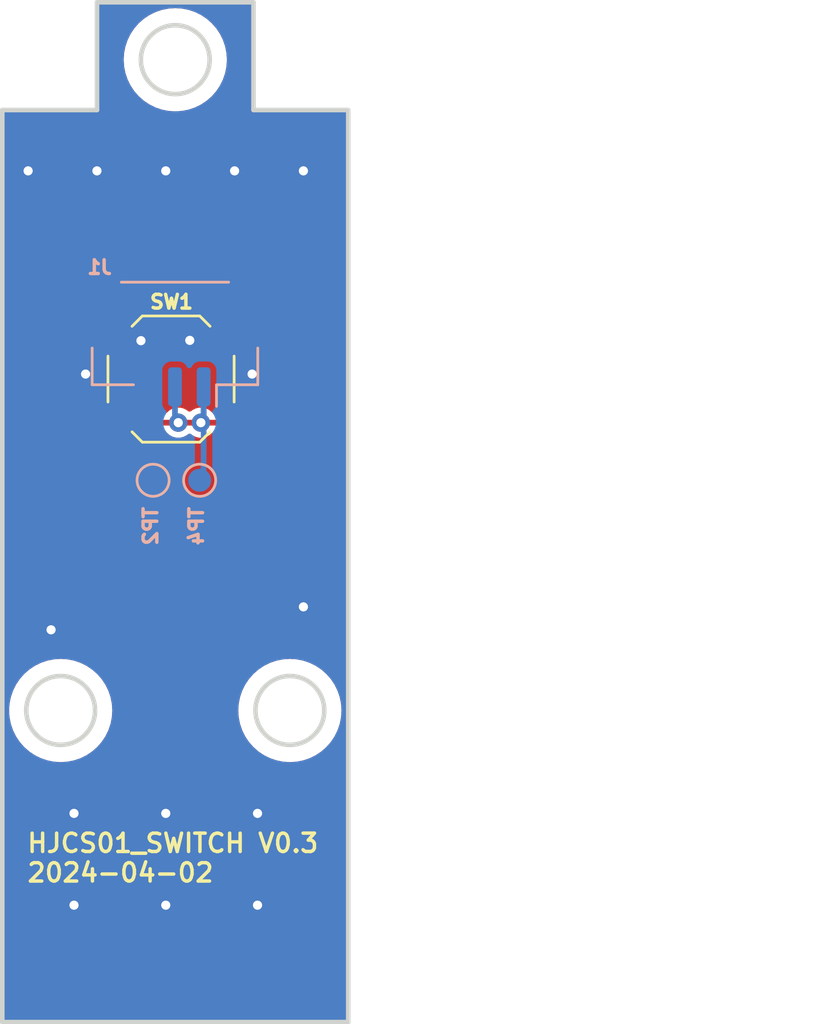
<source format=kicad_pcb>
(kicad_pcb (version 20240108) (generator "pcbnew") (generator_version "8.0")
  (title_block (title "HJCS01_SWITCH") (date "2024-04-02") (rev "V0.3") (company "Ovobot") (comment 1 "15.1x45x1.6mm 绿油白字，无铅喷锡"))
  (layers (0 "F.Cu" signal) (31 "B.Cu" signal) (34 "B.Paste" user) (35 "F.Paste" user) (36 "B.SilkS" user "B.Silkscreen") (37 "F.SilkS" user "F.Silkscreen") (38 "B.Mask" user) (39 "F.Mask" user) (44 "Edge.Cuts" user))
  (net 0 "")
  (net 1 "GND")
  (net 2 "/START")
  (footprint "Button_Switch_SMD:SW_SPST_TL3342" (layer "F.Cu") (at 154.949 84.599)
    (property "Reference" "SW1" (at 0.019 -3.363 0) (layer "F.SilkS") (effects (font (size 0.6 0.6))))
    (property "Value" "5.2x5.2x1.5mm")
    (fp_line (start -2.75 -1) (end -2.75 1) (stroke (width 0.12)) (layer "F.SilkS"))
    (fp_line (start -1.7 -2.3) (end -1.25 -2.75) (stroke (width 0.12)) (layer "F.SilkS"))
    (fp_line (start -1.7 2.3) (end -1.25 2.75) (stroke (width 0.12)) (layer "F.SilkS"))
    (fp_line (start -1.25 -2.75) (end 1.25 -2.75) (stroke (width 0.12)) (layer "F.SilkS"))
    (fp_line (start -1.25 2.75) (end 1.25 2.75) (stroke (width 0.12)) (layer "F.SilkS"))
    (fp_line (start 1.7 -2.3) (end 1.25 -2.75) (stroke (width 0.12)) (layer "F.SilkS"))
    (fp_line (start 1.7 2.3) (end 1.25 2.75) (stroke (width 0.12)) (layer "F.SilkS"))
    (fp_line (start 2.75 -1) (end 2.75 1) (stroke (width 0.12)) (layer "F.SilkS"))
    (pad "1" smd rect (at -3.15 -1.9) (size 1.7 1) (layers "F.Cu" "F.Paste" "F.Mask") (net 1 "GND"))
    (pad "1" smd rect (at 3.15 -1.9) (size 1.7 1) (layers "F.Cu" "F.Paste" "F.Mask") (net 1 "GND"))
    (pad "2" smd rect (at -3.15 1.9) (size 1.7 1) (layers "F.Cu" "F.Paste" "F.Mask") (net 2 "/START"))
    (pad "2" smd rect (at 3.15 1.9) (size 1.7 1) (layers "F.Cu" "F.Paste" "F.Mask") (net 2 "/START"))
  )
  (footprint "Connector_JST:JST_GH_BM03B-GHS-TBT_1x03-1MP_P1.25mm_Vertical" (layer "B.Cu") (at 155.12 82.987 180)
    (property "Reference" "J1" (at 3.287 3.258 180) (layer "B.SilkS") (effects (font (size 0.6 0.6)) (justify mirror)))
    (property "Value" "GH1.25MM/3ASMT")
    (fp_line (start 3.61 -1.86) (end 3.61 -0.26) (stroke (width 0.12)) (layer "B.SilkS"))
    (fp_line (start 2.34 2.61) (end -2.34 2.61) (stroke (width 0.12)) (layer "B.SilkS"))
    (fp_line (start 1.81 -1.86) (end 3.61 -1.86) (stroke (width 0.12)) (layer "B.SilkS"))
    (fp_line (start -1.81 -1.86) (end -3.61 -1.86) (stroke (width 0.12)) (layer "B.SilkS"))
    (fp_line (start -1.81 -2.8) (end -1.81 -1.86) (stroke (width 0.12)) (layer "B.SilkS"))
    (fp_line (start -3.61 -1.86) (end -3.61 -0.26) (stroke (width 0.12)) (layer "B.SilkS"))
    (pad "1" smd roundrect (at -1.25 -1.95 180) (size 0.6 1.7) (layers "B.Cu" "B.Paste" "B.Mask") (net 2 "/START"))
    (pad "2" smd roundrect (at 0 -1.95 180) (size 0.6 1.7) (layers "B.Cu" "B.Paste" "B.Mask") (net 2 "/START"))
    (pad "3" smd roundrect (at 1.25 -1.95 180) (size 0.6 1.7) (layers "B.Cu" "B.Paste" "B.Mask") (net 1 "GND"))
    (pad "MP" smd roundrect (at -3.1 1.4 180) (size 1 2.8) (layers "B.Cu" "B.Paste" "B.Mask") (net 1 "GND"))
    (pad "MP" smd roundrect (at 3.1 1.4 180) (size 1 2.8) (layers "B.Cu" "B.Paste" "B.Mask") (net 1 "GND"))
  )
  (footprint "TestPoint:TestPoint_Pad_D1.0mm" (layer "B.Cu") (at 156.196 89.009 180)
    (property "Reference" "TP4" (at 0.142 -1.999 90) (layer "B.SilkS") (effects (font (size 0.6 0.6)) (justify mirror)))
    (property "Value" "START")
    (fp_circle (center 0 0) (end 0 -0.7) (stroke (width 0.12)) (fill none) (layer "B.SilkS"))
    (pad "1" smd circle (at 0 0 180) (size 1 1) (layers "B.Cu" "B.Mask") (net 2 "/START"))
  )
  (footprint "TestPoint:TestPoint_Pad_D1.0mm" (layer "B.Cu") (at 154.16625 89.009 180)
    (property "Reference" "TP2" (at 0.107 -1.999 90) (layer "B.SilkS") (effects (font (size 0.6 0.6)) (justify mirror)))
    (property "Value" "GND")
    (fp_circle (center 0 0) (end 0 -0.7) (stroke (width 0.12)) (fill none) (layer "B.SilkS"))
    (pad "1" smd circle (at 0 0 180) (size 1 1) (layers "B.Cu" "B.Mask") (net 1 "GND"))
  )
  (gr_line (start 158.543986 72.874624) (end 158.543986 68.180326) (stroke (width 0.2)) (layer "Edge.Cuts"))
  (gr_circle (center 150.137544 99.038693) (end 151.637544 99.038693) (stroke (width 0.2)) (fill none) (layer "Edge.Cuts"))
  (gr_line (start 147.593013 72.874624) (end 147.593013 112.62) (stroke (width 0.2)) (layer "Edge.Cuts"))
  (gr_line (start 162.673 112.62) (end 162.673 72.874624) (stroke (width 0.2)) (layer "Edge.Cuts"))
  (gr_line (start 158.543986 68.180326) (end 151.722027 68.180326) (stroke (width 0.2)) (layer "Edge.Cuts"))
  (gr_circle (center 155.133006 70.680326) (end 156.633006 70.680326) (stroke (width 0.2)) (fill none) (layer "Edge.Cuts"))
  (gr_circle (center 160.128469 99.038693) (end 161.628469 99.038693) (stroke (width 0.2)) (fill none) (layer "Edge.Cuts"))
  (gr_line (start 151.722027 68.180326) (end 151.722027 72.874624) (stroke (width 0.2)) (layer "Edge.Cuts"))
  (gr_line (start 147.593013 72.874624) (end 151.722027 72.874624) (stroke (width 0.2)) (layer "Edge.Cuts"))
  (gr_line (start 162.673 72.874624) (end 158.543986 72.874624) (stroke (width 0.2)) (layer "Edge.Cuts"))
  (gr_line (start 147.593013 112.62) (end 162.673 112.62) (stroke (width 0.2)) (layer "Edge.Cuts"))
  (gr_text "HJCS01_SWITCH ${REVISION}\n${ISSUE_DATE}" (at 148.605 106.579 0) (layer "F.SilkS") (effects (font (size 0.8 0.8)) (justify left bottom)))
  (via (at 150.719 107.526) (size 0.8) (drill 0.4) (layers "F.Cu" "B.Cu") (net 1))
  (via (at 153.637 82.926) (size 0.8) (drill 0.4) (layers "F.Cu" "B.Cu") (net 1))
  (via (at 148.719 75.526) (size 0.8) (drill 0.4) (layers "F.Cu" "B.Cu") (net 1))
  (via (at 157.719 75.526) (size 0.8) (drill 0.4) (layers "F.Cu" "B.Cu") (net 1))
  (via (at 149.719 95.526) (size 0.8) (drill 0.4) (layers "F.Cu" "B.Cu") (net 1))
  (via (at 160.719 94.526) (size 0.8) (drill 0.4) (layers "F.Cu" "B.Cu") (net 1))
  (via (at 154.719 107.526) (size 0.8) (drill 0.4) (layers "F.Cu" "B.Cu") (net 1))
  (via (at 160.719 75.526) (size 0.8) (drill 0.4) (layers "F.Cu" "B.Cu") (net 1))
  (via (at 155.766 82.913) (size 0.8) (drill 0.4) (layers "F.Cu" "B.Cu") (net 1))
  (via (at 158.719 107.526) (size 0.8) (drill 0.4) (layers "F.Cu" "B.Cu") (net 1))
  (via (at 151.224 84.381) (size 0.8) (drill 0.4) (layers "F.Cu" "B.Cu") (net 1))
  (via (at 158.483 84.381) (size 0.8) (drill 0.4) (layers "F.Cu" "B.Cu") (net 1))
  (via (at 150.719 103.526) (size 0.8) (drill 0.4) (layers "F.Cu" "B.Cu") (net 1))
  (via (at 154.719 103.526) (size 0.8) (drill 0.4) (layers "F.Cu" "B.Cu") (net 1))
  (via (at 158.719 103.526) (size 0.8) (drill 0.4) (layers "F.Cu" "B.Cu") (net 1))
  (via (at 154.719 75.526) (size 0.8) (drill 0.4) (layers "F.Cu" "B.Cu") (net 1))
  (via (at 151.719 75.526) (size 0.8) (drill 0.4) (layers "F.Cu" "B.Cu") (net 1))
  (segment (start 158.099 86.499) (end 156.25 86.499) (width 0.25) (layer "F.Cu") (net 2))
  (segment (start 155.263 86.499) (end 151.799 86.499) (width 0.25) (layer "F.Cu") (net 2))
  (segment (start 156.25 86.499) (end 155.263 86.499) (width 0.25) (layer "F.Cu") (net 2))
  (via (at 155.263 86.499) (size 0.8) (drill 0.4) (layers "F.Cu" "B.Cu") (net 2))
  (via (at 156.25 86.499) (size 0.8) (drill 0.4) (layers "F.Cu" "B.Cu") (net 2))
  (segment (start 155.12 84.937) (end 155.12 86.356) (width 0.25) (layer "B.Cu") (net 2))
  (segment (start 156.37 86.379) (end 156.25 86.499) (width 0.25) (layer "B.Cu") (net 2))
  (segment (start 156.37 88.835) (end 156.196 89.009) (width 0.25) (layer "B.Cu") (net 2))
  (segment (start 156.37 84.937) (end 156.37 88.835) (width 0.25) (layer "B.Cu") (net 2))
  (segment (start 155.12 86.356) (end 155.263 86.499) (width 0.25) (layer "B.Cu") (net 2))
  (segment (start 156.37 84.937) (end 156.37 86.379) (width 0.25) (layer "B.Cu") (net 2))
  (zone (net 0) (net_name "") (layers "F&B.Cu") (connect_pads (clearance 0)) (min_thickness 0.25)
    (keepout (tracks not_allowed) (vias not_allowed) (pads not_allowed) (copperpour not_allowed) (footprints not_allowed))
    (fill (thermal_gap 0.5) (thermal_bridge_width 0.5))
    (polygon (pts (xy 162.379469 99.042692) (xy 162.36022 98.749008) (xy 162.302802 98.460349) (xy 162.208198 98.181654) (xy 162.078026 97.917692) (xy 161.914514 97.672979) (xy 161.720459 97.451702) (xy 161.499182 97.257647) (xy 161.254469 97.094135) (xy 160.990507 96.963963) (xy 160.711812 96.869359) (xy 160.423153 96.811941) (xy 160.129469 96.792692) (xy 159.835785 96.811941) (xy 159.547126 96.869359) (xy 159.268431 96.963963) (xy 159.004469 97.094135) (xy 158.759756 97.257647) (xy 158.538479 97.451702) (xy 158.344424 97.672979) (xy 158.180912 97.917692) (xy 158.05074 98.181654) (xy 157.956136 98.460349) (xy 157.898718 98.749008) (xy 157.879469 99.042692) (xy 157.898718 99.336376) (xy 157.956136 99.625035) (xy 158.05074 99.90373) (xy 158.180912 100.167692) (xy 158.344424 100.412405) (xy 158.538479 100.633682) (xy 158.759756 100.827737) (xy 159.004469 100.991249) (xy 159.268431 101.121421) (xy 159.547126 101.216025) (xy 159.835785 101.273443) (xy 160.129469 101.292692) (xy 160.423153 101.273443) (xy 160.711812 101.216025) (xy 160.990507 101.121421) (xy 161.254469 100.991249) (xy 161.499182 100.827737) (xy 161.720459 100.633682) (xy 161.914514 100.412405) (xy 162.078026 100.167692) (xy 162.208198 99.90373) (xy 162.302802 99.625035) (xy 162.36022 99.336376)))
  )
  (zone (net 0) (net_name "") (layers "F&B.Cu") (connect_pads (clearance 0)) (min_thickness 0.25)
    (keepout (tracks not_allowed) (vias not_allowed) (pads not_allowed) (copperpour not_allowed) (footprints not_allowed))
    (fill (thermal_gap 0.5) (thermal_bridge_width 0.5))
    (polygon (pts (xy 152.388545 99.042692) (xy 152.369296 98.749008) (xy 152.311878 98.460349) (xy 152.217274 98.181654) (xy 152.087102 97.917692) (xy 151.92359 97.672979) (xy 151.729535 97.451702) (xy 151.508258 97.257647) (xy 151.263545 97.094135) (xy 150.999583 96.963963) (xy 150.720888 96.869359) (xy 150.432229 96.811941) (xy 150.138545 96.792692) (xy 149.844861 96.811941) (xy 149.556202 96.869359) (xy 149.277507 96.963963) (xy 149.013545 97.094135) (xy 148.768832 97.257647) (xy 148.547555 97.451702) (xy 148.3535 97.672979) (xy 148.189988 97.917692) (xy 148.059816 98.181654) (xy 147.965212 98.460349) (xy 147.907794 98.749008) (xy 147.888545 99.042692) (xy 147.907794 99.336376) (xy 147.965212 99.625035) (xy 148.059816 99.90373) (xy 148.189988 100.167692) (xy 148.3535 100.412405) (xy 148.547555 100.633682) (xy 148.768832 100.827737) (xy 149.013545 100.991249) (xy 149.277507 101.121421) (xy 149.556202 101.216025) (xy 149.844861 101.273443) (xy 150.138545 101.292692) (xy 150.432229 101.273443) (xy 150.720888 101.216025) (xy 150.999583 101.121421) (xy 151.263545 100.991249) (xy 151.508258 100.827737) (xy 151.729535 100.633682) (xy 151.92359 100.412405) (xy 152.087102 100.167692) (xy 152.217274 99.90373) (xy 152.311878 99.625035) (xy 152.369296 99.336376)))
  )
  (zone (net 0) (net_name "") (layers "F&B.Cu") (connect_pads (clearance 0)) (min_thickness 0.25)
    (keepout (tracks not_allowed) (vias not_allowed) (pads not_allowed) (copperpour not_allowed) (footprints not_allowed))
    (fill (thermal_gap 0.5) (thermal_bridge_width 0.5))
    (polygon (pts (xy 157.384007 70.684326) (xy 157.364758 70.390642) (xy 157.30734 70.101983) (xy 157.212736 69.823288) (xy 157.082564 69.559326) (xy 156.919052 69.314613) (xy 156.724997 69.093336) (xy 156.50372 68.899281) (xy 156.259007 68.735769) (xy 155.995045 68.605597) (xy 155.71635 68.510993) (xy 155.427691 68.453575) (xy 155.134007 68.434326) (xy 154.840323 68.453575) (xy 154.551664 68.510993) (xy 154.272969 68.605597) (xy 154.009007 68.735769) (xy 153.764294 68.899281) (xy 153.543017 69.093336) (xy 153.348962 69.314613) (xy 153.18545 69.559326) (xy 153.055278 69.823288) (xy 152.960674 70.101983) (xy 152.903256 70.390642) (xy 152.884007 70.684326) (xy 152.903256 70.97801) (xy 152.960674 71.266669) (xy 153.055278 71.545364) (xy 153.18545 71.809326) (xy 153.348962 72.054039) (xy 153.543017 72.275316) (xy 153.764294 72.469371) (xy 154.009007 72.632883) (xy 154.272969 72.763055) (xy 154.551664 72.857659) (xy 154.840323 72.915077) (xy 155.134007 72.934326) (xy 155.427691 72.915077) (xy 155.71635 72.857659) (xy 155.995045 72.763055) (xy 156.259007 72.632883) (xy 156.50372 72.469371) (xy 156.724997 72.275316) (xy 156.919052 72.054039) (xy 157.082564 71.809326) (xy 157.212736 71.545364) (xy 157.30734 71.266669) (xy 157.364758 70.97801)))
  )
  (zone (net 1) (net_name "GND") (layers "F&B.Cu") (connect_pads yes (clearance 0.254)) (min_thickness 0.25) (fill yes (thermal_gap 0.5) (thermal_bridge_width 0.5) (island_removal_mode 2) (island_area_min 10))
    (polygon (pts (xy 147.572 68.142) (xy 147.572 112.656) (xy 162.633 112.656) (xy 162.686 112.603) (xy 162.686 68.17) (xy 162.67 68.154) (xy 147.582 68.154) (xy 147.557 68.179) (xy 147.557 68.157)))
  )
)
</source>
